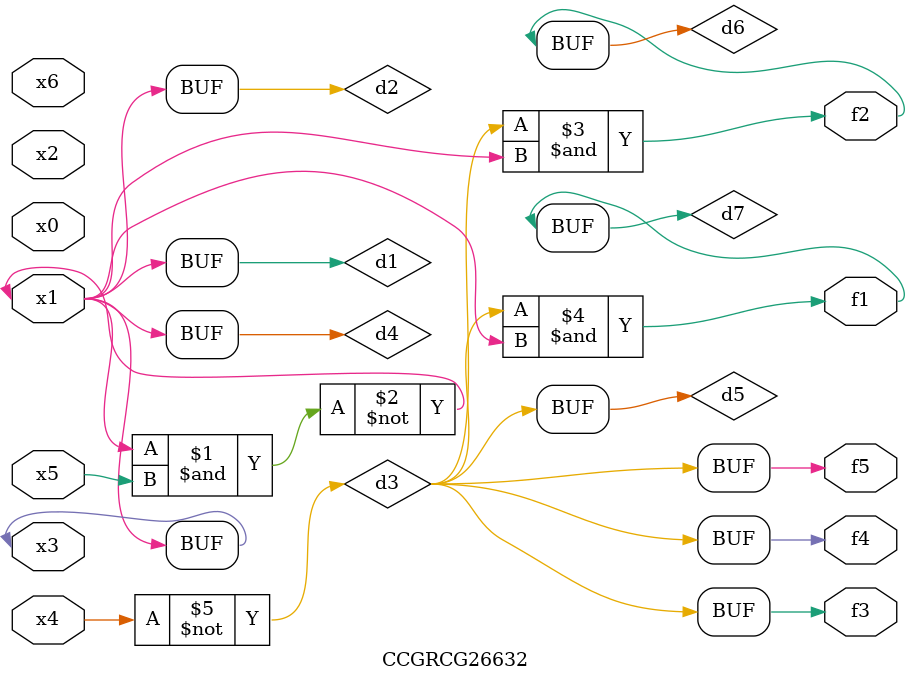
<source format=v>
module CCGRCG26632(
	input x0, x1, x2, x3, x4, x5, x6,
	output f1, f2, f3, f4, f5
);

	wire d1, d2, d3, d4, d5, d6, d7;

	buf (d1, x1, x3);
	nand (d2, x1, x5);
	not (d3, x4);
	buf (d4, d1, d2);
	buf (d5, d3);
	and (d6, d3, d4);
	and (d7, d3, d4);
	assign f1 = d7;
	assign f2 = d6;
	assign f3 = d5;
	assign f4 = d5;
	assign f5 = d5;
endmodule

</source>
